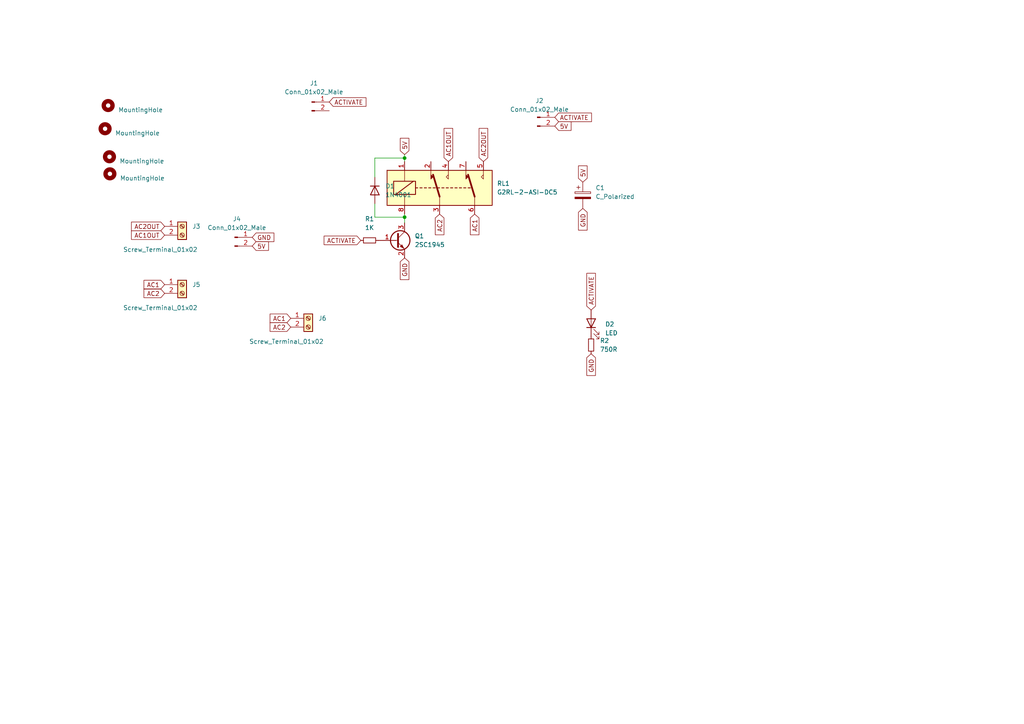
<source format=kicad_sch>
(kicad_sch (version 20211123) (generator eeschema)
  (paper "A4")
  (lib_symbols
    (symbol "Connector:Conn_01x02_Male" (pin_names (offset 1.016) hide)
      (property "Reference" "J" (at 0 2.54 0))
      (property "Value" "Conn_01x02_Male" (at 0 -5.08 0))
      (symbol "Conn_01x02_Male_1_1"
        (polyline (pts (xy 1.27 -2.54) (xy 0.8636 -2.54)) (stroke (width 0.1524)))
        (polyline (pts (xy 1.27 0) (xy 0.8636 0)) (stroke (width 0.1524)))
        (rectangle (start 0.8636 -2.413) (end 0 -2.667) (stroke (width 0.1524)) (fill (type outline)))
        (rectangle (start 0.8636 0.127) (end 0 -0.127) (stroke (width 0.1524)) (fill (type outline)))
        (pin passive line (at 5.08 0 180) (length 3.81) (name "Pin_1") (number "1"))
        (pin passive line (at 5.08 -2.54 180) (length 3.81) (name "Pin_2") (number "2"))
      )
    )
    (symbol "Connector:Screw_Terminal_01x02" (pin_names (offset 1.016) hide)
      (property "Reference" "J" (at 0 2.54 0))
      (property "Value" "Screw_Terminal_01x02" (at 0 -5.08 0))
      (symbol "Screw_Terminal_01x02_1_1"
        (rectangle (start -1.27 1.27) (end 1.27 -3.81) (stroke (width 0.254)) (fill (type background)))
        (circle (center 0 -2.54) (radius 0.635) (stroke (width 0.1524)))
        (polyline (pts (xy -0.5334 -2.2098) (xy 0.3302 -3.048)) (stroke (width 0.1524)))
        (polyline (pts (xy -0.5334 0.3302) (xy 0.3302 -0.508)) (stroke (width 0.1524)))
        (polyline (pts (xy -0.3556 -2.032) (xy 0.508 -2.8702)) (stroke (width 0.1524)))
        (polyline (pts (xy -0.3556 0.508) (xy 0.508 -0.3302)) (stroke (width 0.1524)))
        (circle (center 0 0) (radius 0.635) (stroke (width 0.1524)))
        (pin passive line (at -5.08 0 0) (length 3.81) (name "Pin_1") (number "1"))
        (pin passive line (at -5.08 -2.54 0) (length 3.81) (name "Pin_2") (number "2"))
      )
    )
    (symbol "Device:C_Polarized" (pin_numbers hide) (pin_names (offset 0.254))
      (property "Reference" "C" (at 0.635 2.54 0))
      (property "Value" "C_Polarized" (at 0.635 -2.54 0))
      (symbol "C_Polarized_0_1"
        (rectangle (start -2.286 0.508) (end 2.286 1.016))
        (polyline (pts (xy -1.778 2.286) (xy -0.762 2.286)))
        (polyline (pts (xy -1.27 2.794) (xy -1.27 1.778)))
        (rectangle (start 2.286 -0.508) (end -2.286 -1.016) (fill (type outline)))
      )
      (symbol "C_Polarized_1_1"
        (pin passive line (at 0 3.81 270) (length 2.794) (name "~") (number "1"))
        (pin passive line (at 0 -3.81 90) (length 2.794) (name "~") (number "2"))
      )
    )
    (symbol "Device:LED" (pin_numbers hide) (pin_names (offset 1.016) hide)
      (property "Reference" "D" (at 0 2.54 0))
      (property "Value" "LED" (at 0 -2.54 0))
      (symbol "LED_0_1"
        (polyline (pts (xy -1.27 -1.27) (xy -1.27 1.27)) (stroke (width 0.254)))
        (polyline (pts (xy -1.27 0) (xy 1.27 0)))
        (polyline (pts (xy 1.27 -1.27) (xy 1.27 1.27) (xy -1.27 0) (xy 1.27 -1.27)) (stroke (width 0.254)))
        (polyline (pts (xy -3.048 -0.762) (xy -4.572 -2.286) (xy -3.81 -2.286) (xy -4.572 -2.286) (xy -4.572 -1.524)))
        (polyline (pts (xy -1.778 -0.762) (xy -3.302 -2.286) (xy -2.54 -2.286) (xy -3.302 -2.286) (xy -3.302 -1.524)))
      )
      (symbol "LED_1_1"
        (pin passive line (at -3.81 0 0) (length 2.54) (name "K") (number "1"))
        (pin passive line (at 3.81 0 180) (length 2.54) (name "A") (number "2"))
      )
    )
    (symbol "Device:R_Small" (pin_numbers hide) (pin_names (offset 0.254) hide)
      (property "Reference" "R" (at 0.762 0.508 0))
      (property "Value" "R_Small" (at 0.762 -1.016 0))
      (symbol "R_Small_0_1"
        (rectangle (start -0.762 1.778) (end 0.762 -1.778) (stroke (width 0.2032)))
      )
      (symbol "R_Small_1_1"
        (pin passive line (at 0 2.54 270) (length 0.762) (name "~") (number "1"))
        (pin passive line (at 0 -2.54 90) (length 0.762) (name "~") (number "2"))
      )
    )
    (symbol "Diode:1N4001" (pin_numbers hide) (pin_names hide)
      (property "Reference" "D" (at 0 2.54 0))
      (property "Value" "1N4001" (at 0 -2.54 0))
      (symbol "1N4001_0_1"
        (polyline (pts (xy -1.27 1.27) (xy -1.27 -1.27)) (stroke (width 0.254)))
        (polyline (pts (xy 1.27 0) (xy -1.27 0)))
        (polyline (pts (xy 1.27 1.27) (xy 1.27 -1.27) (xy -1.27 0) (xy 1.27 1.27)) (stroke (width 0.254)))
      )
      (symbol "1N4001_1_1"
        (pin passive line (at -3.81 0 0) (length 2.54) (name "K") (number "1"))
        (pin passive line (at 3.81 0 180) (length 2.54) (name "A") (number "2"))
      )
    )
    (symbol "Mechanical:MountingHole" (pin_names (offset 1.016))
      (property "Reference" "H" (at 0 5.08 0))
      (property "Value" "MountingHole" (at 0 3.175 0))
      (symbol "MountingHole_0_1"
        (circle (center 0 0) (radius 1.27) (stroke (width 1.27)))
      )
    )
    (symbol "Relay:G2RL-2-ASI-DC5"
      (property "Reference" "RL" (at 16.51 3.81 0))
      (property "Value" "G2RL-2-ASI-DC5" (at 16.51 1.27 0))
      (symbol "G2RL-2-ASI-DC5_0_1"
        (rectangle (start -15.24 5.08) (end 15.24 -5.08) (stroke (width 0.254)) (fill (type background)))
        (rectangle (start -13.335 1.905) (end -6.985 -1.905) (stroke (width 0.254)))
        (polyline (pts (xy -12.7 -1.905) (xy -7.62 1.905)) (stroke (width 0.254)))
        (polyline (pts (xy -10.16 -5.08) (xy -10.16 -1.905)))
        (polyline (pts (xy -10.16 5.08) (xy -10.16 1.905)))
        (polyline (pts (xy -6.985 0) (xy -6.35 0)) (stroke (width 0.254)))
        (polyline (pts (xy -5.715 0) (xy -5.08 0)) (stroke (width 0.254)))
        (polyline (pts (xy -4.445 0) (xy -3.81 0)) (stroke (width 0.254)))
        (polyline (pts (xy -3.175 0) (xy -2.54 0)) (stroke (width 0.254)))
        (polyline (pts (xy -1.905 0) (xy -1.27 0)) (stroke (width 0.254)))
        (polyline (pts (xy -0.635 0) (xy 0 0)) (stroke (width 0.254)))
        (polyline (pts (xy 0 -2.54) (xy -1.905 3.81)) (stroke (width 0.508)))
        (polyline (pts (xy 0 -2.54) (xy 0 -5.08)))
        (polyline (pts (xy 0.635 0) (xy 1.27 0)) (stroke (width 0.254)))
        (polyline (pts (xy 1.905 0) (xy 2.54 0)) (stroke (width 0.254)))
        (polyline (pts (xy 3.175 0) (xy 3.81 0)) (stroke (width 0.254)))
        (polyline (pts (xy 4.445 0) (xy 5.08 0)) (stroke (width 0.254)))
        (polyline (pts (xy 5.715 0) (xy 6.35 0)) (stroke (width 0.254)))
        (polyline (pts (xy 6.985 0) (xy 7.62 0)) (stroke (width 0.254)))
        (polyline (pts (xy 8.255 0) (xy 8.89 0)) (stroke (width 0.254)))
        (polyline (pts (xy 10.16 -2.54) (xy 8.255 3.81)) (stroke (width 0.508)))
        (polyline (pts (xy 10.16 -2.54) (xy 10.16 -5.08)))
        (polyline (pts (xy -2.54 5.08) (xy -2.54 2.54) (xy -1.905 3.175) (xy -2.54 3.81)) (fill (type outline)))
        (polyline (pts (xy 2.54 5.08) (xy 2.54 2.54) (xy 1.905 3.175) (xy 2.54 3.81)))
        (polyline (pts (xy 7.62 5.08) (xy 7.62 2.54) (xy 8.255 3.175) (xy 7.62 3.81)) (fill (type outline)))
        (polyline (pts (xy 12.7 5.08) (xy 12.7 2.54) (xy 12.065 3.175) (xy 12.7 3.81)))
      )
      (symbol "G2RL-2-ASI-DC5_1_1"
        (pin passive line (at -10.16 7.62 270) (length 2.54) (name "~") (number "1"))
        (pin passive line (at -2.54 7.62 270) (length 2.54) (name "~") (number "2"))
        (pin passive line (at 0 -7.62 90) (length 2.54) (name "~") (number "3"))
        (pin passive line (at 2.54 7.62 270) (length 2.54) (name "~") (number "4"))
        (pin passive line (at 12.7 7.62 270) (length 2.54) (name "~") (number "5"))
        (pin passive line (at 10.16 -7.62 90) (length 2.54) (name "~") (number "6"))
        (pin passive line (at 7.62 7.62 270) (length 2.54) (name "~") (number "7"))
        (pin passive line (at -10.16 -7.62 90) (length 2.54) (name "~") (number "8"))
      )
    )
    (symbol "Transistor_BJT:2SC1945" (pin_names (offset 0) hide)
      (property "Reference" "Q" (at 5.08 1.905 0))
      (property "Value" "2SC1945" (at 5.08 0 0))
      (symbol "2SC1945_0_1"
        (polyline (pts (xy 0 0) (xy 0.635 0)))
        (polyline (pts (xy 2.54 2.54) (xy 0.635 0.635)))
        (polyline (pts (xy 0.635 1.905) (xy 0.635 -1.905) (xy 0.635 -1.905)) (stroke (width 0.508)))
        (polyline (pts (xy 2.286 -2.286) (xy 1.778 -1.778) (xy 1.778 -1.778)))
        (polyline (pts (xy 2.54 -2.54) (xy 0.635 -0.635) (xy 1.27 -1.27)) (fill (type outline)))
        (polyline (pts (xy 1.27 -1.778) (xy 1.778 -1.27) (xy 2.286 -2.286) (xy 1.27 -1.778) (xy 1.27 -1.778)) (fill (type outline)))
        (circle (center 1.27 0) (radius 2.8194) (stroke (width 0.3048)))
      )
      (symbol "2SC1945_1_1"
        (pin input line (at -5.08 0 0) (length 5.08) (name "B") (number "1"))
        (pin passive line (at 2.54 -5.08 90) (length 2.54) (name "E") (number "2"))
        (pin passive line (at 2.54 5.08 270) (length 2.54) (name "C") (number "3"))
      )
    )
  )
  (junction (at 117.348 45.847))
  (junction (at 117.348 62.992))
  (wire (pts (xy 108.712 45.847) (xy 108.712 51.435)))
  (wire (pts (xy 117.348 45.847) (xy 117.348 46.863)))
  (wire (pts (xy 108.712 62.992) (xy 117.348 62.992)))
  (wire (pts (xy 117.348 45.847) (xy 108.712 45.847)))
  (wire (pts (xy 108.712 59.055) (xy 108.712 62.992)))
  (wire (pts (xy 117.348 62.992) (xy 117.348 62.103)))
  (wire (pts (xy 117.348 64.643) (xy 117.348 62.992)))
  (wire (pts (xy 117.348 44.831) (xy 117.348 45.847)))
  (global_label "ACTIVATE" (shape input) (at 104.648 69.723 180) (property "Intersheet References" "${INTERSHEET_REFS}" (effects hide)))
  (global_label "AC2" (shape input) (at 47.752 85.09 180) (property "Intersheet References" "${INTERSHEET_REFS}" (effects hide)))
  (global_label "5V" (shape input) (at 117.348 44.831 90) (property "Intersheet References" "${INTERSHEET_REFS}" (effects hide)))
  (global_label "AC2" (shape input) (at 127.508 62.103 270) (property "Intersheet References" "${INTERSHEET_REFS}" (effects hide)))
  (global_label "AC1" (shape input) (at 137.668 62.103 270) (property "Intersheet References" "${INTERSHEET_REFS}" (effects hide)))
  (global_label "AC1" (shape input) (at 47.752 82.55 180) (property "Intersheet References" "${INTERSHEET_REFS}" (effects hide)))
  (global_label "GND" (shape input) (at 169.037 60.452 270) (property "Intersheet References" "${INTERSHEET_REFS}" (effects hide)))
  (global_label "AC1OUT" (shape input) (at 130.048 46.863 90) (property "Intersheet References" "${INTERSHEET_REFS}" (effects hide)))
  (global_label "AC1" (shape input) (at 84.328 92.329 180) (property "Intersheet References" "${INTERSHEET_REFS}" (effects hide)))
  (global_label "GND" (shape input) (at 117.348 74.803 270) (property "Intersheet References" "${INTERSHEET_REFS}" (effects hide)))
  (global_label "ACTIVATE" (shape input) (at 171.45 89.916 90) (property "Intersheet References" "${INTERSHEET_REFS}" (effects hide)))
  (global_label "AC1OUT" (shape input) (at 47.752 68.199 180) (property "Intersheet References" "${INTERSHEET_REFS}" (effects hide)))
  (global_label "AC2OUT" (shape input) (at 47.752 65.659 180) (property "Intersheet References" "${INTERSHEET_REFS}" (effects hide)))
  (global_label "5V" (shape input) (at 73.152 71.374 0) (property "Intersheet References" "${INTERSHEET_REFS}" (effects hide)))
  (global_label "ACTIVATE" (shape input) (at 95.504 29.591 0) (property "Intersheet References" "${INTERSHEET_REFS}" (effects hide)))
  (global_label "5V" (shape input) (at 169.037 52.832 90) (property "Intersheet References" "${INTERSHEET_REFS}" (effects hide)))
  (global_label "5V" (shape input) (at 160.909 36.576 0) (property "Intersheet References" "${INTERSHEET_REFS}" (effects hide)))
  (global_label "GND" (shape input) (at 73.152 68.834 0) (property "Intersheet References" "${INTERSHEET_REFS}" (effects hide)))
  (global_label "ACTIVATE" (shape input) (at 160.909 34.036 0) (property "Intersheet References" "${INTERSHEET_REFS}" (effects hide)))
  (global_label "AC2" (shape input) (at 84.328 94.869 180) (property "Intersheet References" "${INTERSHEET_REFS}" (effects hide)))
  (global_label "GND" (shape input) (at 171.45 102.616 270) (property "Intersheet References" "${INTERSHEET_REFS}" (effects hide)))
  (global_label "AC2OUT" (shape input) (at 140.208 46.863 90) (property "Intersheet References" "${INTERSHEET_REFS}" (effects hide)))
  (symbol (lib_id "Device:LED") (at 171.45 93.726 90) (unit 1)
    (property "Reference" "D2" (at 175.514 94.0434 90) (effects (justify right)))
    (property "Value" "LED" (at 175.514 96.5834 90) (effects (justify right)))
    (property "Footprint" "Diode_SMD:D_0805_2012Metric_Pad1.15x1.40mm_HandSolder" (effects hide))
  )
  (symbol (lib_id "Mechanical:MountingHole") (at 31.877 50.419 0) (unit 1)
    (property "Reference" "H4" (effects hide))
    (property "Value" "MountingHole" (at 34.798 51.6889 0) (effects (justify left)))
    (property "Footprint" "MountingHole:MountingHole_3.2mm_M3" (effects hide))
  )
  (symbol (lib_id "Diode:1N4001") (at 108.712 55.245 270) (unit 1)
    (property "Reference" "D1" (at 111.76 53.9749 90) (effects (justify left)))
    (property "Value" "1N4001" (at 111.76 56.5149 90) (effects (justify left)))
    (property "Footprint" "Diode_SMD:D_SMA" (effects hide))
    (property "Datasheet" "http://www.vishay.com/docs/88503/1n4001.pdf" (effects hide))
  )
  (symbol (lib_id "Connector:Screw_Terminal_01x02") (at 52.832 65.659 0) (unit 1)
    (property "Reference" "J3" (at 55.753 65.6589 0) (effects (justify left)))
    (property "Value" "Screw_Terminal_01x02" (at 35.687 72.39 0) (effects (justify left)))
    (property "Footprint" "TerminalBlock_Phoenix:TerminalBlock_Phoenix_MKDS-1,5-2_1x02_P5.00mm_Horizontal" (effects hide))
  )
  (symbol (lib_id "Mechanical:MountingHole") (at 31.75 45.466 0) (unit 1)
    (property "Reference" "H3" (effects hide))
    (property "Value" "MountingHole" (at 34.671 46.7359 0) (effects (justify left)))
    (property "Footprint" "MountingHole:MountingHole_3.2mm_M3" (effects hide))
  )
  (symbol (lib_id "Device:R_Small") (at 171.45 100.076 0) (unit 1)
    (property "Reference" "R2" (at 173.99 98.8059 0) (effects (justify left)))
    (property "Value" "750R" (at 173.99 101.3459 0) (effects (justify left)))
    (property "Footprint" "Resistor_SMD:R_0603_1608Metric_Pad0.98x0.95mm_HandSolder" (effects hide))
  )
  (symbol (lib_id "Device:C_Polarized") (at 169.037 56.642 0) (unit 1)
    (property "Reference" "C1" (at 172.72 54.4829 0) (effects (justify left)))
    (property "Value" "C_Polarized" (at 172.72 57.0229 0) (effects (justify left)))
    (property "Footprint" "Capacitor_THT:CP_Radial_D8.0mm_P5.00mm" (effects hide))
  )
  (symbol (lib_id "Connector:Conn_01x02_Male") (at 68.072 68.834 0) (unit 1)
    (property "Reference" "J4" (at 68.707 63.5 0))
    (property "Value" "Conn_01x02_Male" (at 68.707 66.04 0))
    (property "Footprint" "Connector_JST:JST_PH_B2B-PH-K_1x02_P2.00mm_Vertical" (effects hide))
  )
  (symbol (lib_id "Relay:G2RL-2-ASI-DC5") (at 127.508 54.483 0) (unit 1)
    (property "Reference" "RL1" (at 144.145 53.2129 0) (effects (justify left)))
    (property "Value" "G2RL-2-ASI-DC5" (at 144.145 55.7529 0) (effects (justify left)))
    (property "Footprint" "Relay_THT:Relay_DPDT_Omron_G2RL" (effects hide))
    (property "Datasheet" "https://omronfs.omron.com/en_US/ecb/products/pdf/en-g2rl.pdf" (effects hide))
  )
  (symbol (lib_id "Connector:Conn_01x02_Male") (at 155.829 34.036 0) (unit 1)
    (property "Reference" "J2" (at 156.464 29.21 0))
    (property "Value" "Conn_01x02_Male" (at 156.464 31.75 0))
    (property "Footprint" "Connector_PinHeader_2.54mm:PinHeader_1x02_P2.54mm_Vertical" (effects hide))
  )
  (symbol (lib_id "Connector:Conn_01x02_Male") (at 90.424 29.591 0) (unit 1)
    (property "Reference" "J1" (at 91.059 24.13 0))
    (property "Value" "Conn_01x02_Male" (at 91.059 26.67 0))
    (property "Footprint" "Connector_JST:JST_PH_B2B-PH-K_1x02_P2.00mm_Vertical" (effects hide))
  )
  (symbol (lib_id "Mechanical:MountingHole") (at 31.369 30.607 0) (unit 1)
    (property "Reference" "H1" (effects hide))
    (property "Value" "MountingHole" (at 34.29 31.8769 0) (effects (justify left)))
    (property "Footprint" "MountingHole:MountingHole_3.2mm_M3" (effects hide))
  )
  (symbol (lib_id "Transistor_BJT:2SC1945") (at 114.808 69.723 0) (unit 1)
    (property "Reference" "Q1" (at 120.269 68.4529 0) (effects (justify left)))
    (property "Value" "2SC1945" (at 120.269 70.9929 0) (effects (justify left)))
    (property "Footprint" "Package_TO_SOT_SMD:SOT-23_Handsoldering" (effects hide))
    (property "Datasheet" "http://rtellason.com/transdata/2sc1945.pdf" (effects hide))
  )
  (symbol (lib_id "Mechanical:MountingHole") (at 30.48 37.338 0) (unit 1)
    (property "Reference" "H2" (effects hide))
    (property "Value" "MountingHole" (at 33.401 38.6079 0) (effects (justify left)))
    (property "Footprint" "MountingHole:MountingHole_3.2mm_M3" (effects hide))
  )
  (symbol (lib_id "Connector:Screw_Terminal_01x02") (at 52.832 82.55 0) (unit 1)
    (property "Reference" "J5" (at 55.753 82.5499 0) (effects (justify left)))
    (property "Value" "Screw_Terminal_01x02" (at 35.687 89.281 0) (effects (justify left)))
    (property "Footprint" "TerminalBlock_Phoenix:TerminalBlock_Phoenix_MKDS-1,5-2_1x02_P5.00mm_Horizontal" (effects hide))
  )
  (symbol (lib_id "Device:R_Small") (at 107.188 69.723 90) (unit 1)
    (property "Reference" "R1" (at 107.188 63.5 90))
    (property "Value" "1K" (at 107.188 66.04 90))
    (property "Footprint" "Resistor_SMD:R_0603_1608Metric" (effects hide))
  )
  (symbol (lib_id "Connector:Screw_Terminal_01x02") (at 89.408 92.329 0) (unit 1)
    (property "Reference" "J6" (at 92.329 92.3289 0) (effects (justify left)))
    (property "Value" "Screw_Terminal_01x02" (at 72.263 99.06 0) (effects (justify left)))
    (property "Footprint" "TerminalBlock_Phoenix:TerminalBlock_Phoenix_MKDS-1,5-2_1x02_P5.00mm_Horizontal" (effects hide))
  )
)
</source>
